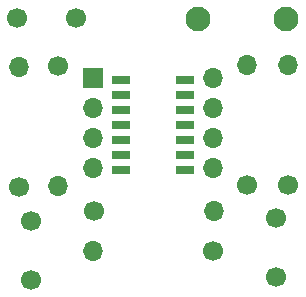
<source format=gbr>
%TF.GenerationSoftware,KiCad,Pcbnew,(5.1.6)-1*%
%TF.CreationDate,2022-09-30T16:18:59-07:00*%
%TF.ProjectId,Single VR Conditioner,53696e67-6c65-4205-9652-20436f6e6469,rev?*%
%TF.SameCoordinates,Original*%
%TF.FileFunction,Soldermask,Top*%
%TF.FilePolarity,Negative*%
%FSLAX46Y46*%
G04 Gerber Fmt 4.6, Leading zero omitted, Abs format (unit mm)*
G04 Created by KiCad (PCBNEW (5.1.6)-1) date 2022-09-30 16:18:59*
%MOMM*%
%LPD*%
G01*
G04 APERTURE LIST*
%ADD10O,1.700000X1.700000*%
%ADD11R,1.700000X1.700000*%
%ADD12R,1.640000X0.690000*%
%ADD13C,1.700000*%
%ADD14C,2.100000*%
G04 APERTURE END LIST*
D10*
%TO.C,U2*%
X144134840Y-85912960D03*
X133974840Y-93532960D03*
X144134840Y-88452960D03*
X133974840Y-90992960D03*
X144134840Y-90992960D03*
X133974840Y-88452960D03*
X144134840Y-93532960D03*
D11*
X133974840Y-85912960D03*
%TD*%
D12*
%TO.C,U1*%
X136349760Y-86065360D03*
X136349760Y-87335360D03*
X136349760Y-88605360D03*
X136349760Y-89875360D03*
X136349760Y-91145360D03*
X136349760Y-92415360D03*
X136349760Y-93685360D03*
X141749760Y-93685360D03*
X141749760Y-92415360D03*
X141749760Y-91145360D03*
X141749760Y-89875360D03*
X141749760Y-88605360D03*
X141749760Y-87335360D03*
X141749760Y-86065360D03*
%TD*%
D13*
%TO.C,C1*%
X132579120Y-80853280D03*
X127579120Y-80853280D03*
%TD*%
%TO.C,C2*%
X128747520Y-98003360D03*
X128747520Y-103003360D03*
%TD*%
%TO.C,C3*%
X149504400Y-97800160D03*
X149504400Y-102800160D03*
%TD*%
D14*
%TO.C,C4*%
X150368000Y-80954880D03*
X142868000Y-80954880D03*
%TD*%
D10*
%TO.C,R1*%
X144236440Y-97195640D03*
D13*
X134076440Y-97195640D03*
%TD*%
%TO.C,R2*%
X131030980Y-84914740D03*
D10*
X131030980Y-95074740D03*
%TD*%
%TO.C,R3*%
X127680720Y-84937600D03*
D13*
X127680720Y-95097600D03*
%TD*%
%TO.C,R4*%
X147066000Y-94962980D03*
D10*
X147066000Y-84802980D03*
%TD*%
D13*
%TO.C,R5*%
X150469600Y-94960440D03*
D10*
X150469600Y-84800440D03*
%TD*%
%TO.C,R6*%
X134015480Y-100538280D03*
D13*
X144175480Y-100538280D03*
%TD*%
M02*

</source>
